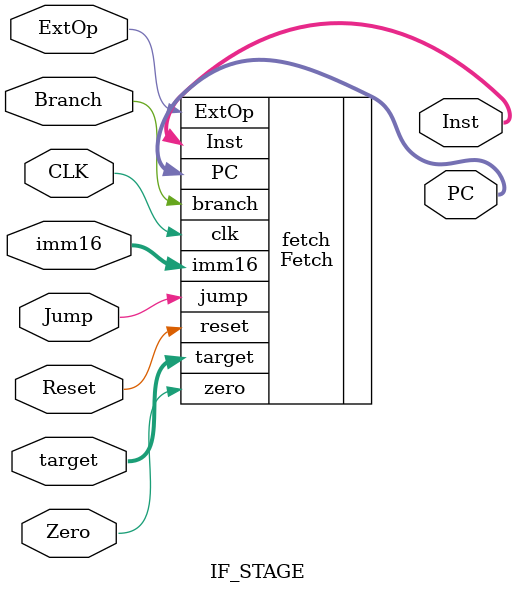
<source format=v>
`timescale 1ns / 1ps
module IF_STAGE(
	CLK, 
	Reset, 
	imm16, 
	Jump, 
	Branch, 
	Zero, 
	target, 
	ExtOp, 
	Inst, 
	PC
);
input CLK, Reset, Jump, Branch, Zero, ExtOp;
input [25:0] target;
input [15:0] imm16;
output [31:0] Inst,PC;
Fetch fetch (
	.clk(CLK), 
	.reset(Reset), 
	.branch(Branch), 
	.zero(Zero), 
	.jump(Jump), 
	.target(target), 
	.imm16(imm16),
	.ExtOp(ExtOp), 
	.Inst(Inst),
	.PC(PC)
);
endmodule

</source>
